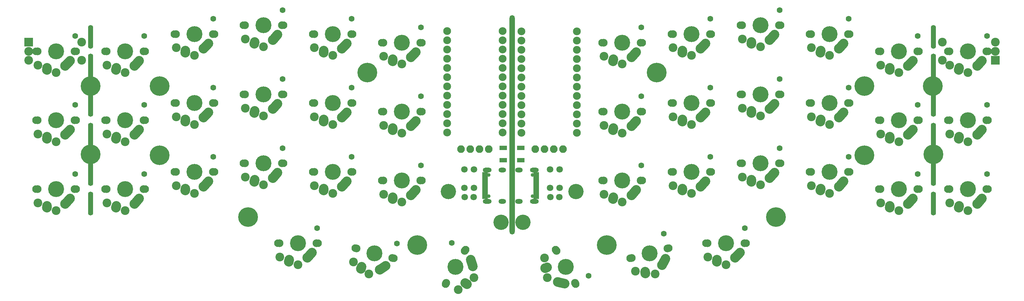
<source format=gbr>
G04 #@! TF.GenerationSoftware,KiCad,Pcbnew,(5.1.5)-3*
G04 #@! TF.CreationDate,2020-07-27T19:09:03+07:00*
G04 #@! TF.ProjectId,corne-classic,636f726e-652d-4636-9c61-737369632e6b,1.1*
G04 #@! TF.SameCoordinates,Original*
G04 #@! TF.FileFunction,Soldermask,Top*
G04 #@! TF.FilePolarity,Negative*
%FSLAX46Y46*%
G04 Gerber Fmt 4.6, Leading zero omitted, Abs format (unit mm)*
G04 Created by KiCad (PCBNEW (5.1.5)-3) date 2020-07-27 19:09:03*
%MOMM*%
%LPD*%
G04 APERTURE LIST*
%ADD10C,2.152600*%
%ADD11C,4.387800*%
%ADD12C,1.600000*%
%ADD13C,2.100000*%
%ADD14C,2.400000*%
%ADD15C,2.150000*%
%ADD16C,2.650000*%
%ADD17C,2.650000*%
%ADD18O,1.450000X60.400000*%
%ADD19O,2.100000X2.100000*%
%ADD20C,1.797000*%
%ADD21O,1.400000X6.550000*%
%ADD22O,1.400000X6.566000*%
%ADD23O,1.400000X17.400000*%
%ADD24R,2.400000X2.400000*%
%ADD25R,2.100000X1.300000*%
%ADD26C,5.400000*%
%ADD27R,1.560000X1.000000*%
%ADD28C,1.000000*%
%ADD29R,1.560000X0.700000*%
%ADD30O,2.100000X1.300000*%
%ADD31O,2.400000X1.300000*%
%ADD32C,4.200000*%
G04 APERTURE END LIST*
D10*
X146781000Y-28067000D03*
X131541000Y-48387000D03*
X131541000Y-33147000D03*
X131541000Y-35687000D03*
X131541000Y-38227000D03*
X146781000Y-56007000D03*
X131541000Y-30607000D03*
X131541000Y-28067000D03*
X131541000Y-50927000D03*
X131541000Y-53467000D03*
X131541000Y-56007000D03*
X146781000Y-53467000D03*
X146781000Y-50927000D03*
X146781000Y-48387000D03*
X146781000Y-45847000D03*
X146781000Y-43307000D03*
X146781000Y-40767000D03*
X146781000Y-38227000D03*
X146781000Y-33147000D03*
X146781000Y-35687000D03*
X146781000Y-30607000D03*
X131541000Y-45847000D03*
X131541000Y-43307000D03*
X131541000Y-40767000D03*
X167112000Y-28168600D03*
X151872000Y-48488600D03*
X151872000Y-33248600D03*
X151872000Y-35788600D03*
X151872000Y-38328600D03*
X167112000Y-56108600D03*
X151872000Y-30708600D03*
X151872000Y-28168600D03*
X151872000Y-51028600D03*
X151872000Y-53568600D03*
X151872000Y-56108600D03*
X167112000Y-53568600D03*
X167112000Y-51028600D03*
X167112000Y-48488600D03*
X167112000Y-45948600D03*
X167112000Y-43408600D03*
X167112000Y-40868600D03*
X167112000Y-38328600D03*
X167112000Y-33248600D03*
X167112000Y-35788600D03*
X167112000Y-30708600D03*
X151872000Y-45948600D03*
X151872000Y-43408600D03*
X151872000Y-40868600D03*
D11*
X187102000Y-89239800D03*
D12*
X191057093Y-83831876D03*
D13*
X181789408Y-90663305D03*
X192414592Y-87816295D03*
D14*
X183255883Y-94204413D03*
D15*
X182195097Y-90554601D03*
X192008903Y-87924999D03*
D16*
X190552091Y-92456456D03*
D17*
X191439578Y-90707151D02*
X190552102Y-92456461D01*
D14*
X188629032Y-94938762D03*
D16*
X185963349Y-94804104D03*
D17*
X185851871Y-94233514D02*
X185963799Y-94804016D01*
D11*
X208102000Y-86489800D03*
D12*
X213322000Y-82289800D03*
D13*
X202602000Y-86489800D03*
X213602000Y-86489800D03*
D14*
X203102000Y-90289800D03*
D15*
X203022000Y-86489800D03*
X213182000Y-86489800D03*
D16*
X210602000Y-90489800D03*
D17*
X211912000Y-89029800D02*
X210602010Y-90489808D01*
D14*
X208102000Y-92389800D03*
D16*
X205562000Y-91569800D03*
D17*
X205602000Y-90989800D02*
X205562458Y-91569832D01*
D11*
X179602000Y-69239800D03*
D12*
X184822000Y-65039800D03*
D13*
X174102000Y-69239800D03*
X185102000Y-69239800D03*
D14*
X174602000Y-73039800D03*
D15*
X174522000Y-69239800D03*
X184682000Y-69239800D03*
D16*
X182102000Y-73239800D03*
D17*
X183412000Y-71779800D02*
X182102010Y-73239808D01*
D14*
X179602000Y-75139800D03*
D16*
X177062000Y-74319800D03*
D17*
X177102000Y-73739800D02*
X177062458Y-74319832D01*
D11*
X198602000Y-66864800D03*
D12*
X203822000Y-62664800D03*
D13*
X193102000Y-66864800D03*
X204102000Y-66864800D03*
D14*
X193602000Y-70664800D03*
D15*
X193522000Y-66864800D03*
X203682000Y-66864800D03*
D16*
X201102000Y-70864800D03*
D17*
X202412000Y-69404800D02*
X201102010Y-70864808D01*
D14*
X198602000Y-72764800D03*
D16*
X196062000Y-71944800D03*
D17*
X196102000Y-71364800D02*
X196062458Y-71944832D01*
D11*
X217602000Y-64489800D03*
D12*
X222822000Y-60289800D03*
D13*
X212102000Y-64489800D03*
X223102000Y-64489800D03*
D14*
X212602000Y-68289800D03*
D15*
X212522000Y-64489800D03*
X222682000Y-64489800D03*
D16*
X220102000Y-68489800D03*
D17*
X221412000Y-67029800D02*
X220102010Y-68489808D01*
D14*
X217602000Y-70389800D03*
D16*
X215062000Y-69569800D03*
D17*
X215102000Y-68989800D02*
X215062458Y-69569832D01*
D11*
X236602000Y-66864800D03*
D12*
X241822000Y-62664800D03*
D13*
X231102000Y-66864800D03*
X242102000Y-66864800D03*
D14*
X231602000Y-70664800D03*
D15*
X231522000Y-66864800D03*
X241682000Y-66864800D03*
D16*
X239102000Y-70864800D03*
D17*
X240412000Y-69404800D02*
X239102010Y-70864808D01*
D14*
X236602000Y-72764800D03*
D16*
X234062000Y-71944800D03*
D17*
X234102000Y-71364800D02*
X234062458Y-71944832D01*
D11*
X255602000Y-71614800D03*
D12*
X260822000Y-67414800D03*
D13*
X250102000Y-71614800D03*
X261102000Y-71614800D03*
D14*
X250602000Y-75414800D03*
D15*
X250522000Y-71614800D03*
X260682000Y-71614800D03*
D16*
X258102000Y-75614800D03*
D17*
X259412000Y-74154800D02*
X258102010Y-75614808D01*
D14*
X255602000Y-77514800D03*
D16*
X253062000Y-76694800D03*
D17*
X253102000Y-76114800D02*
X253062458Y-76694832D01*
D11*
X274602000Y-71614800D03*
D12*
X279822000Y-67414800D03*
D13*
X269102000Y-71614800D03*
X280102000Y-71614800D03*
D14*
X269602000Y-75414800D03*
D15*
X269522000Y-71614800D03*
X279682000Y-71614800D03*
D16*
X277102000Y-75614800D03*
D17*
X278412000Y-74154800D02*
X277102010Y-75614808D01*
D14*
X274602000Y-77514800D03*
D16*
X272062000Y-76694800D03*
D17*
X272102000Y-76114800D02*
X272062458Y-76694832D01*
D11*
X179602000Y-50239800D03*
D12*
X184822000Y-46039800D03*
D13*
X174102000Y-50239800D03*
X185102000Y-50239800D03*
D14*
X174602000Y-54039800D03*
D15*
X174522000Y-50239800D03*
X184682000Y-50239800D03*
D16*
X182102000Y-54239800D03*
D17*
X183412000Y-52779800D02*
X182102010Y-54239808D01*
D14*
X179602000Y-56139800D03*
D16*
X177062000Y-55319800D03*
D17*
X177102000Y-54739800D02*
X177062458Y-55319832D01*
D11*
X198602000Y-47864800D03*
D12*
X203822000Y-43664800D03*
D13*
X193102000Y-47864800D03*
X204102000Y-47864800D03*
D14*
X193602000Y-51664800D03*
D15*
X193522000Y-47864800D03*
X203682000Y-47864800D03*
D16*
X201102000Y-51864800D03*
D17*
X202412000Y-50404800D02*
X201102010Y-51864808D01*
D14*
X198602000Y-53764800D03*
D16*
X196062000Y-52944800D03*
D17*
X196102000Y-52364800D02*
X196062458Y-52944832D01*
D11*
X217602000Y-45489800D03*
D12*
X222822000Y-41289800D03*
D13*
X212102000Y-45489800D03*
X223102000Y-45489800D03*
D14*
X212602000Y-49289800D03*
D15*
X212522000Y-45489800D03*
X222682000Y-45489800D03*
D16*
X220102000Y-49489800D03*
D17*
X221412000Y-48029800D02*
X220102010Y-49489808D01*
D14*
X217602000Y-51389800D03*
D16*
X215062000Y-50569800D03*
D17*
X215102000Y-49989800D02*
X215062458Y-50569832D01*
D11*
X236602000Y-47864800D03*
D12*
X241822000Y-43664800D03*
D13*
X231102000Y-47864800D03*
X242102000Y-47864800D03*
D14*
X231602000Y-51664800D03*
D15*
X231522000Y-47864800D03*
X241682000Y-47864800D03*
D16*
X239102000Y-51864800D03*
D17*
X240412000Y-50404800D02*
X239102010Y-51864808D01*
D14*
X236602000Y-53764800D03*
D16*
X234062000Y-52944800D03*
D17*
X234102000Y-52364800D02*
X234062458Y-52944832D01*
D11*
X255602000Y-52614800D03*
D12*
X260822000Y-48414800D03*
D13*
X250102000Y-52614800D03*
X261102000Y-52614800D03*
D14*
X250602000Y-56414800D03*
D15*
X250522000Y-52614800D03*
X260682000Y-52614800D03*
D16*
X258102000Y-56614800D03*
D17*
X259412000Y-55154800D02*
X258102010Y-56614808D01*
D14*
X255602000Y-58514800D03*
D16*
X253062000Y-57694800D03*
D17*
X253102000Y-57114800D02*
X253062458Y-57694832D01*
D11*
X274602000Y-52614800D03*
D12*
X279822000Y-48414800D03*
D13*
X269102000Y-52614800D03*
X280102000Y-52614800D03*
D14*
X269602000Y-56414800D03*
D15*
X269522000Y-52614800D03*
X279682000Y-52614800D03*
D16*
X277102000Y-56614800D03*
D17*
X278412000Y-55154800D02*
X277102010Y-56614808D01*
D14*
X274602000Y-58514800D03*
D16*
X272062000Y-57694800D03*
D17*
X272102000Y-57114800D02*
X272062458Y-57694832D01*
D11*
X179602000Y-31239800D03*
D12*
X184822000Y-27039800D03*
D13*
X174102000Y-31239800D03*
X185102000Y-31239800D03*
D14*
X174602000Y-35039800D03*
D15*
X174522000Y-31239800D03*
X184682000Y-31239800D03*
D16*
X182102000Y-35239800D03*
D17*
X183412000Y-33779800D02*
X182102010Y-35239808D01*
D14*
X179602000Y-37139800D03*
D16*
X177062000Y-36319800D03*
D17*
X177102000Y-35739800D02*
X177062458Y-36319832D01*
D11*
X198602000Y-28864800D03*
D12*
X203822000Y-24664800D03*
D13*
X193102000Y-28864800D03*
X204102000Y-28864800D03*
D14*
X193602000Y-32664800D03*
D15*
X193522000Y-28864800D03*
X203682000Y-28864800D03*
D16*
X201102000Y-32864800D03*
D17*
X202412000Y-31404800D02*
X201102010Y-32864808D01*
D14*
X198602000Y-34764800D03*
D16*
X196062000Y-33944800D03*
D17*
X196102000Y-33364800D02*
X196062458Y-33944832D01*
D11*
X217602000Y-26489800D03*
D12*
X222822000Y-22289800D03*
D13*
X212102000Y-26489800D03*
X223102000Y-26489800D03*
D14*
X212602000Y-30289800D03*
D15*
X212522000Y-26489800D03*
X222682000Y-26489800D03*
D16*
X220102000Y-30489800D03*
D17*
X221412000Y-29029800D02*
X220102010Y-30489808D01*
D14*
X217602000Y-32389800D03*
D16*
X215062000Y-31569800D03*
D17*
X215102000Y-30989800D02*
X215062458Y-31569832D01*
D11*
X236602000Y-28864800D03*
D12*
X241822000Y-24664800D03*
D13*
X231102000Y-28864800D03*
X242102000Y-28864800D03*
D14*
X231602000Y-32664800D03*
D15*
X231522000Y-28864800D03*
X241682000Y-28864800D03*
D16*
X239102000Y-32864800D03*
D17*
X240412000Y-31404800D02*
X239102010Y-32864808D01*
D14*
X236602000Y-34764800D03*
D16*
X234062000Y-33944800D03*
D17*
X234102000Y-33364800D02*
X234062458Y-33944832D01*
D11*
X255602000Y-33614800D03*
D12*
X260822000Y-29414800D03*
D13*
X250102000Y-33614800D03*
X261102000Y-33614800D03*
D14*
X250602000Y-37414800D03*
D15*
X250522000Y-33614800D03*
X260682000Y-33614800D03*
D16*
X258102000Y-37614800D03*
D17*
X259412000Y-36154800D02*
X258102010Y-37614808D01*
D14*
X255602000Y-39514800D03*
D16*
X253062000Y-38694800D03*
D17*
X253102000Y-38114800D02*
X253062458Y-38694832D01*
D11*
X274602000Y-33614800D03*
D12*
X279822000Y-29414800D03*
D13*
X269102000Y-33614800D03*
X280102000Y-33614800D03*
D14*
X269602000Y-37414800D03*
D15*
X269522000Y-33614800D03*
X279682000Y-33614800D03*
D16*
X277102000Y-37614800D03*
D17*
X278412000Y-36154800D02*
X277102010Y-37614808D01*
D14*
X274602000Y-39514800D03*
D16*
X272062000Y-38694800D03*
D17*
X272102000Y-38114800D02*
X272062458Y-38694832D01*
D11*
X111551000Y-89239800D03*
D12*
X117680173Y-86533947D03*
D13*
X106238408Y-87816295D03*
X116863592Y-90663305D03*
D14*
X105737858Y-91616223D03*
D15*
X106644097Y-87924999D03*
X116457903Y-90554601D03*
D16*
X112930538Y-93750551D03*
D17*
X114573777Y-92679352D02*
X112930545Y-93750562D01*
D14*
X110023968Y-94938762D03*
D16*
X107782748Y-93489303D03*
D17*
X107971500Y-92939419D02*
X107783182Y-93489453D01*
D11*
X90551400Y-86489800D03*
D12*
X95771400Y-82289800D03*
D13*
X85051400Y-86489800D03*
X96051400Y-86489800D03*
D14*
X85551400Y-90289800D03*
D15*
X85471400Y-86489800D03*
X95631400Y-86489800D03*
D16*
X93051400Y-90489800D03*
D17*
X94361400Y-89029800D02*
X93051410Y-90489808D01*
D14*
X90551400Y-92389800D03*
D16*
X88011400Y-91569800D03*
D17*
X88051400Y-90989800D02*
X88011858Y-91569832D01*
D11*
X119051000Y-69239800D03*
D12*
X124271000Y-65039800D03*
D13*
X113551000Y-69239800D03*
X124551000Y-69239800D03*
D14*
X114051000Y-73039800D03*
D15*
X113971000Y-69239800D03*
X124131000Y-69239800D03*
D16*
X121551000Y-73239800D03*
D17*
X122861000Y-71779800D02*
X121551010Y-73239808D01*
D14*
X119051000Y-75139800D03*
D16*
X116511000Y-74319800D03*
D17*
X116551000Y-73739800D02*
X116511458Y-74319832D01*
D11*
X100051000Y-66864800D03*
D12*
X105271000Y-62664800D03*
D13*
X94551000Y-66864800D03*
X105551000Y-66864800D03*
D14*
X95051000Y-70664800D03*
D15*
X94971000Y-66864800D03*
X105131000Y-66864800D03*
D16*
X102551000Y-70864800D03*
D17*
X103861000Y-69404800D02*
X102551010Y-70864808D01*
D14*
X100051000Y-72764800D03*
D16*
X97511000Y-71944800D03*
D17*
X97551000Y-71364800D02*
X97511458Y-71944832D01*
D11*
X81051400Y-64489800D03*
D12*
X86271400Y-60289800D03*
D13*
X75551400Y-64489800D03*
X86551400Y-64489800D03*
D14*
X76051400Y-68289800D03*
D15*
X75971400Y-64489800D03*
X86131400Y-64489800D03*
D16*
X83551400Y-68489800D03*
D17*
X84861400Y-67029800D02*
X83551410Y-68489808D01*
D14*
X81051400Y-70389800D03*
D16*
X78511400Y-69569800D03*
D17*
X78551400Y-68989800D02*
X78511858Y-69569832D01*
D11*
X62051400Y-66864800D03*
D12*
X67271400Y-62664800D03*
D13*
X56551400Y-66864800D03*
X67551400Y-66864800D03*
D14*
X57051400Y-70664800D03*
D15*
X56971400Y-66864800D03*
X67131400Y-66864800D03*
D16*
X64551400Y-70864800D03*
D17*
X65861400Y-69404800D02*
X64551410Y-70864808D01*
D14*
X62051400Y-72764800D03*
D16*
X59511400Y-71944800D03*
D17*
X59551400Y-71364800D02*
X59511858Y-71944832D01*
D11*
X43051400Y-71614800D03*
D12*
X48271400Y-67414800D03*
D13*
X37551400Y-71614800D03*
X48551400Y-71614800D03*
D14*
X38051400Y-75414800D03*
D15*
X37971400Y-71614800D03*
X48131400Y-71614800D03*
D16*
X45551400Y-75614800D03*
D17*
X46861400Y-74154800D02*
X45551410Y-75614808D01*
D14*
X43051400Y-77514800D03*
D16*
X40511400Y-76694800D03*
D17*
X40551400Y-76114800D02*
X40511858Y-76694832D01*
D11*
X24051400Y-71614800D03*
D12*
X29271400Y-67414800D03*
D13*
X18551400Y-71614800D03*
X29551400Y-71614800D03*
D14*
X19051400Y-75414800D03*
D15*
X18971400Y-71614800D03*
X29131400Y-71614800D03*
D16*
X26551400Y-75614800D03*
D17*
X27861400Y-74154800D02*
X26551410Y-75614808D01*
D14*
X24051400Y-77514800D03*
D16*
X21511400Y-76694800D03*
D17*
X21551400Y-76114800D02*
X21511858Y-76694832D01*
D11*
X119051000Y-50239800D03*
D12*
X124271000Y-46039800D03*
D13*
X113551000Y-50239800D03*
X124551000Y-50239800D03*
D14*
X114051000Y-54039800D03*
D15*
X113971000Y-50239800D03*
X124131000Y-50239800D03*
D16*
X121551000Y-54239800D03*
D17*
X122861000Y-52779800D02*
X121551010Y-54239808D01*
D14*
X119051000Y-56139800D03*
D16*
X116511000Y-55319800D03*
D17*
X116551000Y-54739800D02*
X116511458Y-55319832D01*
D11*
X100051000Y-47864800D03*
D12*
X105271000Y-43664800D03*
D13*
X94551000Y-47864800D03*
X105551000Y-47864800D03*
D14*
X95051000Y-51664800D03*
D15*
X94971000Y-47864800D03*
X105131000Y-47864800D03*
D16*
X102551000Y-51864800D03*
D17*
X103861000Y-50404800D02*
X102551010Y-51864808D01*
D14*
X100051000Y-53764800D03*
D16*
X97511000Y-52944800D03*
D17*
X97551000Y-52364800D02*
X97511458Y-52944832D01*
D11*
X81051400Y-45489800D03*
D12*
X86271400Y-41289800D03*
D13*
X75551400Y-45489800D03*
X86551400Y-45489800D03*
D14*
X76051400Y-49289800D03*
D15*
X75971400Y-45489800D03*
X86131400Y-45489800D03*
D16*
X83551400Y-49489800D03*
D17*
X84861400Y-48029800D02*
X83551410Y-49489808D01*
D14*
X81051400Y-51389800D03*
D16*
X78511400Y-50569800D03*
D17*
X78551400Y-49989800D02*
X78511858Y-50569832D01*
D11*
X62051400Y-47864800D03*
D12*
X67271400Y-43664800D03*
D13*
X56551400Y-47864800D03*
X67551400Y-47864800D03*
D14*
X57051400Y-51664800D03*
D15*
X56971400Y-47864800D03*
X67131400Y-47864800D03*
D16*
X64551400Y-51864800D03*
D17*
X65861400Y-50404800D02*
X64551410Y-51864808D01*
D14*
X62051400Y-53764800D03*
D16*
X59511400Y-52944800D03*
D17*
X59551400Y-52364800D02*
X59511858Y-52944832D01*
D11*
X43051400Y-52614800D03*
D12*
X48271400Y-48414800D03*
D13*
X37551400Y-52614800D03*
X48551400Y-52614800D03*
D14*
X38051400Y-56414800D03*
D15*
X37971400Y-52614800D03*
X48131400Y-52614800D03*
D16*
X45551400Y-56614800D03*
D17*
X46861400Y-55154800D02*
X45551410Y-56614808D01*
D14*
X43051400Y-58514800D03*
D16*
X40511400Y-57694800D03*
D17*
X40551400Y-57114800D02*
X40511858Y-57694832D01*
D11*
X24051400Y-52614800D03*
D12*
X29271400Y-48414800D03*
D13*
X18551400Y-52614800D03*
X29551400Y-52614800D03*
D14*
X19051400Y-56414800D03*
D15*
X18971400Y-52614800D03*
X29131400Y-52614800D03*
D16*
X26551400Y-56614800D03*
D17*
X27861400Y-55154800D02*
X26551410Y-56614808D01*
D14*
X24051400Y-58514800D03*
D16*
X21511400Y-57694800D03*
D17*
X21551400Y-57114800D02*
X21511858Y-57694832D01*
D11*
X119051000Y-31239800D03*
D12*
X124271000Y-27039800D03*
D13*
X113551000Y-31239800D03*
X124551000Y-31239800D03*
D14*
X114051000Y-35039800D03*
D15*
X113971000Y-31239800D03*
X124131000Y-31239800D03*
D16*
X121551000Y-35239800D03*
D17*
X122861000Y-33779800D02*
X121551010Y-35239808D01*
D14*
X119051000Y-37139800D03*
D16*
X116511000Y-36319800D03*
D17*
X116551000Y-35739800D02*
X116511458Y-36319832D01*
D11*
X100051000Y-28864800D03*
D12*
X105271000Y-24664800D03*
D13*
X94551000Y-28864800D03*
X105551000Y-28864800D03*
D14*
X95051000Y-32664800D03*
D15*
X94971000Y-28864800D03*
X105131000Y-28864800D03*
D16*
X102551000Y-32864800D03*
D17*
X103861000Y-31404800D02*
X102551010Y-32864808D01*
D14*
X100051000Y-34764800D03*
D16*
X97511000Y-33944800D03*
D17*
X97551000Y-33364800D02*
X97511458Y-33944832D01*
D11*
X81051400Y-26489800D03*
D12*
X86271400Y-22289800D03*
D13*
X75551400Y-26489800D03*
X86551400Y-26489800D03*
D14*
X76051400Y-30289800D03*
D15*
X75971400Y-26489800D03*
X86131400Y-26489800D03*
D16*
X83551400Y-30489800D03*
D17*
X84861400Y-29029800D02*
X83551410Y-30489808D01*
D14*
X81051400Y-32389800D03*
D16*
X78511400Y-31569800D03*
D17*
X78551400Y-30989800D02*
X78511858Y-31569832D01*
D11*
X62051400Y-28864800D03*
D12*
X67271400Y-24664800D03*
D13*
X56551400Y-28864800D03*
X67551400Y-28864800D03*
D14*
X57051400Y-32664800D03*
D15*
X56971400Y-28864800D03*
X67131400Y-28864800D03*
D16*
X64551400Y-32864800D03*
D17*
X65861400Y-31404800D02*
X64551410Y-32864808D01*
D14*
X62051400Y-34764800D03*
D16*
X59511400Y-33944800D03*
D17*
X59551400Y-33364800D02*
X59511858Y-33944832D01*
D11*
X43051400Y-33614800D03*
D12*
X48271400Y-29414800D03*
D13*
X37551400Y-33614800D03*
X48551400Y-33614800D03*
D14*
X38051400Y-37414800D03*
D15*
X37971400Y-33614800D03*
X48131400Y-33614800D03*
D16*
X45551400Y-37614800D03*
D17*
X46861400Y-36154800D02*
X45551410Y-37614808D01*
D14*
X43051400Y-39514800D03*
D16*
X40511400Y-38694800D03*
D17*
X40551400Y-38114800D02*
X40511858Y-38694832D01*
D11*
X24051400Y-33614800D03*
D12*
X29271400Y-29414800D03*
D13*
X18551400Y-33614800D03*
X29551400Y-33614800D03*
D14*
X19051400Y-37414800D03*
D15*
X18971400Y-33614800D03*
X29131400Y-33614800D03*
D16*
X26551400Y-37614800D03*
D17*
X27861400Y-36154800D02*
X26551410Y-37614808D01*
D14*
X24051400Y-39514800D03*
D16*
X21511400Y-38694800D03*
D17*
X21551400Y-38114800D02*
X21511858Y-38694832D01*
D18*
X149327000Y-53864800D03*
D15*
X161550000Y-88590391D03*
D12*
X170337307Y-95410453D03*
D13*
X161340000Y-88226660D03*
X166840000Y-97752940D03*
D14*
X158299103Y-90559673D03*
D15*
X166630000Y-97389209D03*
D16*
X161875898Y-97154864D03*
D17*
X158942886Y-93074736D02*
X158420792Y-93330506D01*
D11*
X164090000Y-92989800D03*
D17*
X163795295Y-97559357D02*
X161875895Y-97154875D01*
D14*
X158980450Y-95939800D03*
D16*
X158420591Y-93330095D03*
D15*
X131261000Y-97389209D03*
D12*
X132773693Y-86369147D03*
D13*
X131051000Y-97752940D03*
X136551000Y-88226660D03*
D14*
X134591897Y-99219927D03*
D15*
X136341000Y-88590391D03*
D16*
X138515102Y-92824736D03*
D17*
X136448114Y-97404864D02*
X136930664Y-97729124D01*
D11*
X133801000Y-92989800D03*
D17*
X137905705Y-90960243D02*
X138515115Y-92824733D01*
D14*
X138910550Y-95939800D03*
D16*
X136930409Y-97729505D03*
D19*
X135351000Y-60528200D03*
X140431000Y-60528200D03*
X137891000Y-60528200D03*
X142971000Y-60528200D03*
X155682000Y-60528200D03*
X160762000Y-60528200D03*
X158222000Y-60528200D03*
X163302000Y-60528200D03*
D20*
X138861000Y-71246800D03*
X138861000Y-66166800D03*
X136271000Y-71246800D03*
X136271000Y-66166800D03*
X159893000Y-73735800D03*
X162332000Y-73761800D03*
X136321000Y-73761800D03*
X138760000Y-73735800D03*
D21*
X265102000Y-29692600D03*
D22*
X265102000Y-75572800D03*
D23*
X265102000Y-61989800D03*
X265102000Y-42989800D03*
D20*
X159792000Y-71246800D03*
X159792000Y-66166800D03*
X162382000Y-71246800D03*
X162382000Y-66166800D03*
D11*
X274602000Y-33614800D03*
D14*
X267602000Y-31114800D03*
X282102000Y-31114800D03*
X267602000Y-36114800D03*
D24*
X282102000Y-36114800D03*
D14*
X282102000Y-33614800D03*
D25*
X146951000Y-63599800D03*
X146951000Y-60199800D03*
D26*
X189102000Y-39489800D03*
D25*
X151702000Y-63599800D03*
X151702000Y-60199800D03*
D27*
X156002000Y-73811800D03*
X156002000Y-73011800D03*
X156002000Y-73811800D03*
X156002000Y-73011800D03*
X156002000Y-67411800D03*
X156002000Y-67411800D03*
X156002000Y-68211800D03*
X156002000Y-68211800D03*
D28*
X154942000Y-67721800D03*
X154942000Y-73501800D03*
D29*
X156002000Y-72361800D03*
X156002000Y-71361800D03*
X156002000Y-71861800D03*
X156002000Y-69361800D03*
X156002000Y-68861800D03*
X156002000Y-70861800D03*
X156002000Y-70361800D03*
X156002000Y-69861800D03*
D30*
X151252000Y-74931800D03*
X151252000Y-66291800D03*
D31*
X155422000Y-74931800D03*
X155422000Y-66291800D03*
D26*
X221852000Y-79239800D03*
X175352000Y-86989800D03*
X246102000Y-43239800D03*
X265102000Y-61989800D03*
X246102000Y-62239800D03*
X264922000Y-43180000D03*
D32*
X166852000Y-72239800D03*
X152352000Y-80739800D03*
D11*
X24051400Y-33614800D03*
D14*
X31051400Y-36114800D03*
X16551400Y-36114800D03*
X31051400Y-31114800D03*
D24*
X16551400Y-31114800D03*
D14*
X16551400Y-33614800D03*
D21*
X33551400Y-29692600D03*
D23*
X33551400Y-42989800D03*
X33551400Y-61989800D03*
D22*
X33551400Y-75572800D03*
D27*
X141889000Y-67411800D03*
X141889000Y-68211800D03*
X141889000Y-67411800D03*
X141889000Y-68211800D03*
X141889000Y-73811800D03*
X141889000Y-73811800D03*
X141889000Y-73011800D03*
X141889000Y-73011800D03*
D28*
X142949000Y-73501800D03*
X142949000Y-67721800D03*
D29*
X141889000Y-68861800D03*
X141889000Y-69861800D03*
X141889000Y-69361800D03*
X141889000Y-71861800D03*
X141889000Y-72361800D03*
X141889000Y-70361800D03*
X141889000Y-70861800D03*
X141889000Y-71361800D03*
D30*
X146639000Y-66291800D03*
X146639000Y-74931800D03*
D31*
X142469000Y-66291800D03*
X142469000Y-74931800D03*
D26*
X109551000Y-39489800D03*
X123301000Y-86989800D03*
X52551400Y-43239800D03*
X76801400Y-79239800D03*
X52551400Y-62239800D03*
X33551400Y-61989800D03*
X33551400Y-43239800D03*
D32*
X131801000Y-72239800D03*
X146301000Y-80739800D03*
M02*

</source>
